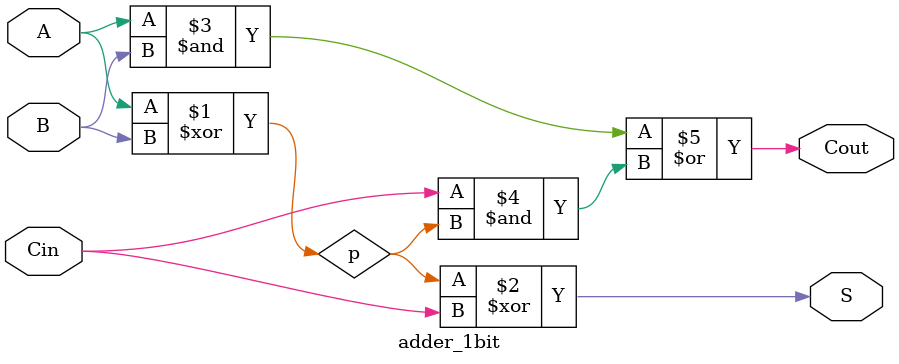
<source format=v>
`timescale 1ns / 1ps

module adder_1bit(
    input A,
    input B,
    input Cin,
    output S,
    output Cout
); 

wire p = A ^ B;

assign S = p ^ Cin;
assign Cout = (A & B) | (Cin & p);
endmodule
</source>
